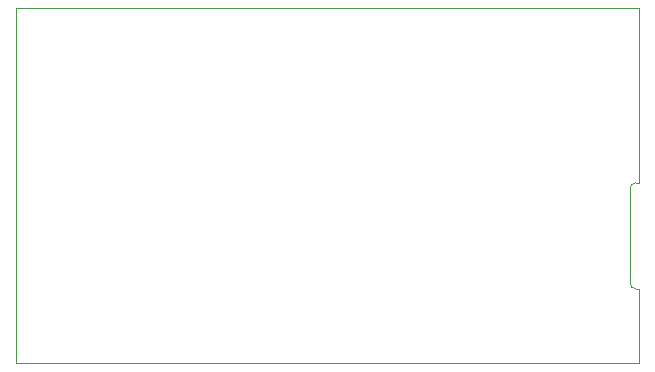
<source format=gbr>
%TF.GenerationSoftware,KiCad,Pcbnew,(5.1.9)-1*%
%TF.CreationDate,2021-01-14T15:41:35-05:00*%
%TF.ProjectId,TI59_battery,54493539-5f62-4617-9474-6572792e6b69,1*%
%TF.SameCoordinates,Original*%
%TF.FileFunction,Profile,NP*%
%FSLAX46Y46*%
G04 Gerber Fmt 4.6, Leading zero omitted, Abs format (unit mm)*
G04 Created by KiCad (PCBNEW (5.1.9)-1) date 2021-01-14 15:41:35*
%MOMM*%
%LPD*%
G01*
G04 APERTURE LIST*
%TA.AperFunction,Profile*%
%ADD10C,0.050000*%
%TD*%
G04 APERTURE END LIST*
D10*
X117250000Y-85000000D02*
X170000000Y-85000000D01*
X117250000Y-115000000D02*
X117250000Y-85000000D01*
X170000000Y-115000000D02*
X117250000Y-115000000D01*
X170000000Y-108750000D02*
X170000000Y-115000000D01*
X170000000Y-85000000D02*
X170000000Y-99750000D01*
X169250000Y-100250000D02*
G75*
G02*
X169750000Y-99750000I500000J0D01*
G01*
X169750000Y-108750000D02*
G75*
G02*
X169250000Y-108250000I0J500000D01*
G01*
X169750000Y-108750000D02*
X170000000Y-108750000D01*
X169250000Y-100250000D02*
X169250000Y-108250000D01*
X170000000Y-99750000D02*
X169750000Y-99750000D01*
M02*

</source>
